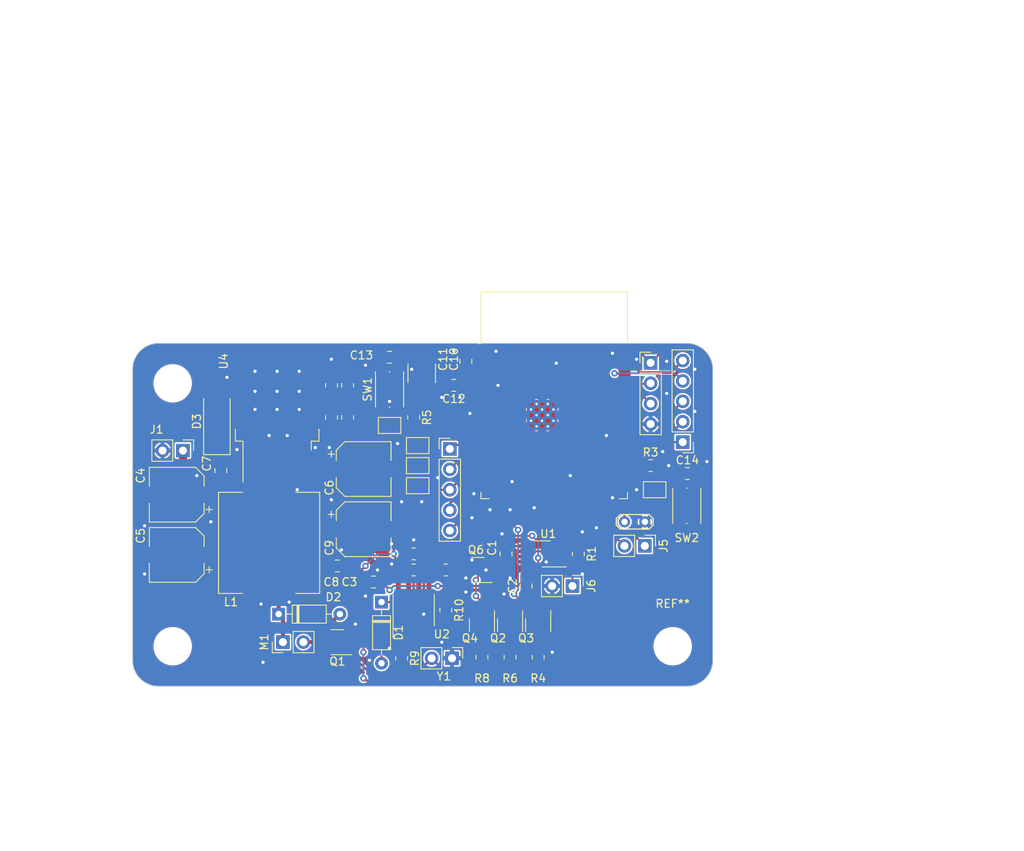
<source format=kicad_pcb>
(kicad_pcb (version 20221018) (generator pcbnew)
  (layers (0 "F.Cu" signal) (31 "B.Cu" signal) (34 "B.Paste" user) (35 "F.Paste" user) (36 "B.SilkS" user "B.Silkscreen") (37 "F.SilkS" user "F.Silkscreen") (38 "B.Mask" user) (39 "F.Mask" user) (44 "Edge.Cuts" user))
  (net 0 "")
  (net 1 "Net-(U1-CV)")
  (net 2 "GND")
  (net 3 "VDD")
  (net 4 "+5V")
  (net 5 "Net-(JP2-A)")
  (net 6 "/Wake_DIS")
  (net 7 "Net-(D1-K)")
  (net 8 "Net-(D1-A)")
  (net 9 "Net-(D2-A)")
  (net 10 "Net-(D3-K)")
  (net 11 "/ESP_P10")
  (net 12 "/ESP_P11")
  (net 13 "/ESP_P12")
  (net 14 "/ESP_P13")
  (net 15 "/ESP_P14")
  (net 16 "/ESP_P30")
  (net 17 "/ESP_P31")
  (net 18 "/ESP_P33")
  (net 19 "/ESP_P36")
  (net 20 "/ESP_P37")
  (net 21 "/Touch0")
  (net 22 "/Touch2")
  (net 23 "/Capacity_electrode")
  (net 24 "/PZ_OUT")
  (net 25 "/Wake_EN")
  (net 26 "/PZ_ATN100K")
  (net 27 "Net-(Q2-D)")
  (net 28 "/PZ_ATN10K")
  (net 29 "Net-(Q3-D)")
  (net 30 "/PZ_ATN1MEG")
  (net 31 "Net-(Q4-D)")
  (net 32 "/PZ_G10")
  (net 33 "Net-(Q6-D)")
  (net 34 "Net-(U1-Q)")
  (net 35 "Net-(R15-Pad2)")
  (net 36 "Net-(R4-Pad2)")
  (net 37 "Net-(U2A--)")
  (net 38 "Net-(U2B--)")
  (net 39 "Net-(U4-F{slash}B)")
  (net 40 "Net-(R16-Pad2)")
  (net 41 "/555_EN")
  (net 51 "/ESP_EN")
  (net 52 "/TX")
  (net 53 "/RX")
  (net 54 "/Boot")
  (net 55 "/SENSOR_VP")
  (net 56 "/SENSOR_VN")
  (net 57 "/16PU")
  (footprint "RF_Module:ESP32-WROOM-32D" (layer "F.Cu") (at 143.5 78.245)
    (fp_text reference "U3" hide)
    (fp_text value "ESP32-WROOM-32D")
  )
  (footprint "Connector_PinHeader_2.54mm:PinHeader_1x02_P2.54mm_Vertical" (layer "F.Cu") (at 97.275 82.125 -90)
    (fp_text reference "J1")
    (fp_text value "Conn_01x02" hide)
  )
  (footprint "Package_TO_SOT_SMD:SOT-23-3" (layer "F.Cu") (at 116.5 106 180)
    (fp_text reference "Q1")
    (fp_text value "2N7002K")
  )
  (footprint "Resistor_SMD:R_0805_2012Metric_Pad1.20x1.40mm_HandSolder" (layer "F.Cu") (at 115.775 74 90)
    (fp_text reference "R2" hide)
    (fp_text value "10k")
  )
  (footprint "Connector_PinHeader_2.54mm:PinHeader_1x02_P2.54mm_Vertical" (layer "F.Cu") (at 130.775 108 -90)
    (fp_text reference "Y1")
    (fp_text value "Piezo")
  )
  (footprint "Resistor_SMD:R_0805_2012Metric_Pad1.20x1.40mm_HandSolder" (layer "F.Cu") (at 130 97 180)
    (fp_text reference "R14" hide)
    (fp_text value "10k")
  )
  (footprint "Diode_THT:D_DO-35_SOD27_P7.62mm_Horizontal" (layer "F.Cu") (at 109.19 102.5)
    (fp_text reference "D2")
    (fp_text value "1N4148")
  )
  (footprint "Capacitor_SMD:C_0805_2012Metric_Pad1.18x1.45mm_HandSolder" (layer "F.Cu") (at 137.5 95 -90)
    (fp_text reference "C1")
    (fp_text value "100n")
  )
  (footprint "Connector_PinHeader_2.54mm:PinHeader_1x02_P2.54mm_Vertical" (layer "F.Cu") (at 154.775 94 -90)
    (fp_text reference "J5")
    (fp_text value "Conn_01x02")
  )
  (footprint "Capacitor_SMD:CP_Elec_6.3x5.7" (layer "F.Cu") (at 119.775 91.925)
    (fp_text reference "C9")
    (fp_text value "47u")
  )
  (footprint "Package_SO:VSSOP-8_3.0x3.0mm_P0.65mm" (layer "F.Cu") (at 142 95 180)
    (fp_text reference "U1")
    (fp_text value "LMC555xMM")
  )
  (footprint "Diode_THT:D_DO-35_SOD27_P7.62mm_Horizontal" (layer "F.Cu") (at 122 101 -90)
    (fp_text reference "D1")
    (fp_text value "1N4148")
  )
  (footprint "Package_TO_SOT_SMD:SOT-23-3" (layer "F.Cu") (at 141.5 103.8625 -90)
    (fp_text reference "Q3")
    (fp_text value "2N7002K")
  )
  (footprint "Jumper:SolderJumper-2_P1.3mm_Open_TrianglePad1.0x1.5mm" (layer "F.Cu") (at 126.5 86.5 180)
    (fp_text reference "JP5" hide)
    (fp_text value "SolderJumper_2_Open")
  )
  (footprint "Resistor_SMD:R_0805_2012Metric_Pad1.20x1.40mm_HandSolder" (layer "F.Cu") (at 126 78 -90)
    (fp_text reference "R5")
    (fp_text value "10k")
  )
  (footprint "Diode_SMD:D_SMA_Handsoldering" (layer "F.Cu") (at 101.5 78.125 90)
    (fp_text reference "D3")
    (fp_text value "SS54")
  )
  (footprint "Resistor_SMD:R_0805_2012Metric_Pad1.20x1.40mm_HandSolder" (layer "F.Cu") (at 126 97)
    (fp_text reference "R12" hide)
    (fp_text value "100k")
  )
  (footprint "Resistor_SMD:R_0805_2012Metric_Pad1.20x1.40mm_HandSolder" (layer "F.Cu") (at 134.5 107.8625 -90)
    (fp_text reference "R8")
    (fp_text value "1meg")
  )
  (footprint "Jumper:SolderJumper-2_P1.3mm_Open_TrianglePad1.0x1.5mm" (layer "F.Cu") (at 123 79)
    (fp_text reference "JP2" hide)
    (fp_text value "SolderJumper_2_Bridged")
  )
  (footprint "Capacitor_SMD:CP_Elec_6.3x5.7" (layer "F.Cu") (at 119.775 84.425)
    (fp_text reference "C6")
    (fp_text value "47u")
  )
  (footprint "Capacitor_SMD:C_0805_2012Metric_Pad1.18x1.45mm_HandSolder" (layer "F.Cu") (at 121 98.5)
    (fp_text reference "C3")
    (fp_text value "100n")
  )
  (footprint "Capacitor_SMD:C_0805_2012Metric_Pad1.18x1.45mm_HandSolder" (layer "F.Cu") (at 116.5 96.5)
    (fp_text reference "C8")
    (fp_text value "100n")
  )
  (footprint "MountingHole:MountingHole_4.3mm_M4" (layer "F.Cu") (at 96 73.75)
    (fp_text reference "REF**" hide)
    (fp_text value "MountingHole_4.3mm_M4" hide)
  )
  (footprint "Capacitor_SMD:C_0805_2012Metric_Pad1.18x1.45mm_HandSolder" (layer "F.Cu") (at 140 99 90)
    (fp_text reference "C2")
    (fp_text value "100n")
  )
  (footprint "Resistor_SMD:R_0805_2012Metric_Pad1.20x1.40mm_HandSolder" (layer "F.Cu") (at 124.5 108 -90)
    (fp_text reference "R9")
    (fp_text value "10k")
  )
  (footprint "Inductor_SMD:L_12x12mm_H8mm" (layer "F.Cu") (at 108 93.625 -90)
    (fp_text reference "L1")
    (fp_text value "470u")
  )
  (footprint "Resistor_SMD:R_0805_2012Metric_Pad1.20x1.40mm_HandSolder" (layer "F.Cu") (at 138 107.8625 -90)
    (fp_text reference "R6")
    (fp_text value "100k")
  )
  (footprint "TestPoint:TestPoint_2Pads_Pitch2.54mm_Drill0.8mm" (layer "F.Cu") (at 152.25 91)
    (fp_text reference "JP1" hide)
    (fp_text value "Jumper_2_Open")
  )
  (footprint "MountingHole:MountingHole_4.3mm_M4" (layer "F.Cu") (at 158.25 106.5)
    (fp_text reference "REF**")
    (fp_text value "MountingHole_4.3mm_M4" hide)
  )
  (footprint "Resistor_SMD:R_0805_2012Metric_Pad1.20x1.40mm_HandSolder" (layer "F.Cu") (at 126 95 180)
    (fp_text reference "R11" hide)
    (fp_text value "100k")
  )
  (footprint "Capacitor_SMD:C_0805_2012Metric_Pad1.18x1.45mm_HandSolder" (layer "F.Cu") (at 132.5 71 -90)
    (fp_text reference "C10")
    (fp_text value "100n")
  )
  (footprint "Connector_PinHeader_2.54mm:PinHeader_1x02_P2.54mm_Vertical" (layer "F.Cu") (at 109.725 105.985 90)
    (fp_text reference "M1")
    (fp_text value "Motor_DC")
  )
  (footprint "Resistor_SMD:R_0805_2012Metric_Pad1.20x1.40mm_HandSolder" (layer "F.Cu") (at 115.775 78 90)
    (fp_text reference "R15" hide)
    (fp_text value "2k")
  )
  (footprint "Connector_PinHeader_2.54mm:PinHeader_1x05_P2.54mm_Vertical" (layer "F.Cu") (at 159.5 81.075 180)
    (fp_text reference "J4" hide)
    (fp_text value "Conn_01x05")
  )
  (footprint "Package_TO_SOT_SMD:SOT-23-3" (layer "F.Cu") (at 134.5 103.8625 -90)
    (fp_text reference "Q4")
    (fp_text value "2N7002K")
  )
  (footprint "Package_TO_SOT_SMD:SOT-23-3" (layer "F.Cu") (at 138 103.8625 -90)
    (fp_text reference "Q2")
    (fp_text value "2N7002K")
  )
  (footprint "Resistor_SMD:R_0805_2012Metric_Pad1.20x1.40mm_HandSolder" (layer "F.Cu") (at 155.5 84)
    (fp_text reference "R3")
    (fp_text value "10k")
  )
  (footprint "MountingHole:MountingHole_4.3mm_M4" (layer "F.Cu") (at 96 106.5)
    (fp_text reference "REF**" hide)
    (fp_text value "MountingHole_4.3mm_M4" hide)
  )
  (footprint "Jumper:SolderJumper-2_P1.3mm_Open_TrianglePad1.0x1.5mm" (layer "F.Cu") (at 126.5 81.5)
    (fp_text reference "JP3" hide)
    (fp_text value "SolderJumper_2_Open")
  )
  (footprint "Capacitor_SMD:C_0805_2012Metric_Pad1.18x1.45mm_HandSolder" (layer "F.Cu") (at 131 74 180)
    (fp_text reference "C12")
    (fp_text value "1u")
  )
  (footprint "Resistor_SMD:R_0805_2012Metric_Pad1.20x1.40mm_HandSolder" (layer "F.Cu") (at 117.775 78 -90)
    (fp_text reference "R17" hide)
    (fp_text value "10k")
  )
  (footprint "Resistor_SMD:R_0805_2012Metric_Pad1.20x1.40mm_HandSolder" (layer "F.Cu") (at 141.5 107.8625 -90)
    (fp_text reference "R4")
    (fp_text value "10k")
  )
  (footprint "Resistor_SMD:R_0805_2012Metric_Pad1.20x1.40mm_HandSolder" (layer "F.Cu") (at 117.775 74 -90)
    (fp_text reference "R16" hide)
    (fp_text value "10k")
  )
  (footprint "Button_Switch_SMD:SW_Push_1P1T_NO_Vertical_Wuerth_434133025816" (layer "F.Cu") (at 160 89 90)
    (fp_text reference "SW2")
    (fp_text value "SW_Push")
  )
  (footprint "Resistor_SMD:R_0805_2012Metric_Pad1.20x1.40mm_HandSolder" (layer "F.Cu") (at 146.5 95 -90)
    (fp_text reference "R1")
    (fp_text value "100k")
  )
  (footprint "Capacitor_SMD:C_0805_2012Metric_Pad1.18x1.45mm_HandSolder" (layer "F.Cu") (at 102 84.625 90)
    (fp_text reference "C7")
    (fp_text value "100n")
  )
  (footprint "Connector_PinHeader_2.54mm:PinHeader_1x05_P2.54mm_Vertical" (layer "F.Cu") (at 130.5 81.925)
    (fp_text reference "J3" hide)
    (fp_text value "Conn_01x05")
  )
  (footprint "Resistor_SMD:R_0805_2012Metric_Pad1.20x1.40mm_HandSolder" (layer "F.Cu") (at 130 102 -90)
    (fp_text reference "R10")
    (fp_text value "10k")
  )
  (footprint "Capacitor_SMD:CP_Elec_6.3x5.7" (layer "F.Cu") (at 96.5 87.625 180)
    (fp_text reference "C4")
    (fp_text value "47u")
  )
  (footprint "Jumper:SolderJumper-2_P1.3mm_Open_TrianglePad1.0x1.5mm" (layer "F.Cu") (at 126.5 84)
    (fp_text reference "JP4" hide)
    (fp_text value "SolderJumper_2_Open")
  )
  (footprint "Connector_PinHeader_2.54mm:PinHeader_1x04_P2.54mm_Vertical" (layer "F.Cu") (at 155.5 71.2)
    (fp_text reference "J2" hide)
    (fp_text value "Conn_01x04")
  )
  (footprint "Package_SO:SOIC-8_3.9x4.9mm_P1.27mm" (layer "F.Cu") (at 126 102 90)
    (fp_text reference "U2")
    (fp_text value "LM358")
  )
  (footprint "Button_Switch_SMD:SW_Push_1P1T_NO_Vertical_Wuerth_434133025816" (layer "F.Cu") (at 123 74.5 -90)
    (fp_text reference "SW1")
    (fp_text value "SW_Push")
  )
  (footprint "Capacitor_SMD:C_0805_2012Metric_Pad1.18x1.45mm_HandSolder" (layer "F.Cu") (at 160.075 85)
    (fp_text reference "C14")
    (fp_text value "100n")
  )
  (footprint "Package_TO_SOT_SMD:SOT-23-3" (layer "F.Cu") (at 134 97 180)
    (fp_text reference "Q6")
    (fp_text value "2N7002K")
  )
  (footprint "Connector_PinHeader_2.54mm:PinHeader_1x02_P2.54mm_Vertical" (layer "F.Cu") (at 145.775 99 -90)
    (fp_text reference "J6")
    (fp_text value "Conn_01x02")
  )
  (footprint "Capacitor_SMD:C_0805_2012Metric_Pad1.18x1.45mm_HandSolder" (layer "F.Cu") (at 123 70.5 180)
    (fp_text reference "C13")
    (fp_text value "100n")
  )
  (footprint "Jumper:SolderJumper-2_P1.3mm_Open_TrianglePad1.0x1.5mm" (layer "F.Cu") (at 156 87)
    (fp_text reference "JP6" hide)
    (fp_text value "SolderJumper_2_Open")
  )
  (footprint "Capacitor_SMD:C_1812_4532Metric_Pad1.57x3.40mm_HandSolder" (layer "F.Cu") (at 127 72.5 -90)
    (fp_text reference "C11")
    (fp_text value "22u")
  )
  (footprint "Capacitor_SMD:CP_Elec_6.3x5.7" (layer "F.Cu") (at 96.5 95.125 180)
    (fp_text reference "C5")
    (fp_text value "47u")
  )
  (footprint "Package_TO_SOT_SMD:TO-263-5_TabPin3" (layer "F.Cu") (at 109 76.125 90)
    (fp_text reference "U4")
    (fp_text value "~")
  )
  (gr_line (start 94.25 68.75) (end 160 68.75) (stroke (width 0.1)) (layer "Edge.Cuts"))
  (gr_arc (start 160 68.75) (mid 162.298097 69.701903) (end 163.25 72) (stroke (width 0.1)) (layer "Edge.Cuts"))
  (gr_arc (start 94.25 111.5) (mid 91.951903 110.548097) (end 91 108.25) (stroke (width 0.1)) (layer "Edge.Cuts"))
  (gr_line (start 94.25 111.5) (end 160 111.5) (stroke (width 0.1)) (layer "Edge.Cuts"))
  (gr_arc (start 163.25 108.25) (mid 162.298097 110.548097) (end 160 111.5) (stroke (width 0.1)) (layer "Edge.Cuts"))
  (gr_line (start 163.25 108.25) (end 163.25 72) (stroke (width 0.1)) (layer "Edge.Cuts"))
  (gr_line (start 91 72) (end 91 108.25) (stroke (width 0.1)) (layer "Edge.Cuts"))
  (gr_arc (start 91 72) (mid 91.951903 69.701903) (end 94.25 68.75) (stroke (width 0.1)) (layer "Edge.Cuts"))
  (segment (start 137.5625 94.025) (end 137.5 93.9625) (width 0.25) (layer "F.Cu") (net 1))
  (segment (start 139.8 94.025) (end 137.5625 94.025) (width 0.25) (layer "F.Cu") (net 1))
  (segment (start 129.9625 75.0375) (end 129.5 75.5) (width 0.25) (layer "F.Cu") (net 2))
  (segment (start 129.9625 74) (end 129.9625 75.0375) (width 0.25) (layer "F.Cu") (net 2))
  (via (at 124 81.25) (size 0.8) (drill 0.4) (layers "F.Cu" "B.Cu") (net 2))
  (via (at 127 88.5) (size 0.8) (drill 0.4) (layers "F.Cu" "B.Cu") (net 2))
  (via (at 131.75 75.5) (size 0.8) (drill 0.4) (layers "F.Cu" "B.Cu") (net 2))
  (via (at 138 89.5) (size 0.8) (drill 0.4) (layers "F.Cu" "B.Cu") (net 2))
  (via (at 111.75 74.75) (size 0.8) (drill 0.4) (layers "F.Cu" "B.Cu") (net 2))
  (via (at 150.75 70) (size 0.8) (drill 0.4) (layers "F.Cu" "B.Cu") (net 2))
  (via (at 115.5 81.75) (size 0.8) (drill 0.4) (layers "F.Cu" "B.Cu") (net 2))
  (via (at 126 93.25) (size 0.8) (drill 0.4) (layers "F.Cu" "B.Cu") (net 2))
  (via (at 124.5 88.5) (size 0.8) (drill 0.4) (layers "F.Cu" "B.Cu") (net 2))
  (via (at 92.5 97.5) (size 0.8) (drill 0.4) (layers "F.Cu" "B.Cu") (net 2))
  (via (at 123 106.75) (size 0.8) (drill 0.4) (layers "F.Cu" "B.Cu") (net 2))
  (via (at 142.5 96) (size 0.8) (drill 0.4) (layers "F.Cu" "B.Cu") (net 2))
  (via (at 99 85.25) (size 0.8) (drill 0.4) (layers "F.Cu" "B.Cu") (net 2))
  (via (at 123.25 93.75) (size 0.8) (drill 0.4) (layers "F.Cu" "B.Cu") (net 2))
  (via (at 104 82) (size 0.8) (drill 0.4) (layers "F.Cu" "B.Cu") (net 2))
  (via (at 161 72) (size 0.8) (drill 0.4) (layers "F.Cu" "B.Cu") (net 2))
  (via (at 132.5 98) (size 0.8) (drill 0.4) (layers "F.Cu" "B.Cu") (net 2))
  (via (at 121.5 97) (size 0.8) (drill 0.4) (layers "F.Cu" "B.Cu") (net 2))
  (via (at 107.25 108.5) (size 0.8) (drill 0.4) (layers "F.Cu" "B.Cu") (net 2))
  (via (at 92.5 91.5) (size 0.8) (drill 0.4) (layers "F.Cu" "B.Cu") (net 2))
  (via (at 109 74.75) (size 0.8) (drill 0.4) (layers "F.Cu" "B.Cu") (net 2))
  (via (at 148.75 91.75) (size 0.8) (drill 0.4) (layers "F.Cu" "B.Cu") (net 2))
  (via (at 143.25 107.25) (size 0.8) (drill 0.4) (layers "F.Cu" "B.Cu") (net 2))
  (via (at 129.5 75.5) (size 0.8) (drill 0.4) (layers "F.Cu" "B.Cu") (net 2))
  (via (at 113.75 81.75) (size 0.8) (drill 0.4) (layers "F.Cu" "B.Cu") (net 2))
  (via (at 136.25 69.75) (size 0.8) (drill 0.4) (layers "F.Cu" "B.Cu") (net 2))
  (via (at 145.5 85.25) (size 0.8) (drill 0.4) (layers "F.Cu" "B.Cu") (net 2))
  (via (at 133.25 90.5) (size 0.8) (drill 0.4) (layers "F.Cu" "B.Cu") (net 2))
  (via (at 118.75 103.75) (size 0.8) (drill 0.4) (layers "F.Cu" "B.Cu") (net 2))
  (via (at 123.25 96.25) (size 0.8) (drill 0.4) (layers "F.Cu" "B.Cu") (net 2))
  (via (at 157 82.25) (size 0.8) (drill 0.4) (layers "F.Cu" "B.Cu") (net 2))
  (via (at 157.5 75) (size 0.8) (drill 0.4) (layers "F.Cu" "B.Cu") (net 2))
  (via (at 138 98) (size 0.8) (drill 0.4) (layers "F.Cu" "B.Cu") (net 2))
  (via (at 135 97) (size 0.8) (drill 0.4) (layers "F.Cu" "B.Cu") (net 2))
  (via (at 110.25 80.25) (size 0.8) (drill 0.4) (layers "F.Cu" "B.Cu") (net 2))
  (via (at 132.5 99.75) (size 0.8) (drill 0.4) (layers "F.Cu" "B.Cu") (net 2))
  (via (at 102.75 73) (size 0.8) (drill 0.4) (layers "F.Cu" "B.Cu") (net 2))
  (via (at 106.25 72.25) (size 0.8) (drill 0.4) (layers "F.Cu" "B.Cu") (net 2))
  (via (at 141 89.25) (size 0.8) (drill 0.4) (layers "F.Cu" "B.Cu") (net 2))
  (via (at 143.75 71.25) (size 0.8) (drill 0.4) (layers "F.Cu" "B.Cu") (net 2))
  (via (at 120 71.5) (size 0.8) (drill 0.4) (layers "F.Cu" "B.Cu") (net 2))
  (via (at 150 80.25) (size 0.8) (drill 0.4) (layers "F.Cu" "B.Cu") (net 2))
  (via (at 137 92.5) (size 0.8) (drill 0.4) (layers "F.Cu" "B.Cu") (net 2))
  (via (at 138.25 86) (size 0.8) (drill 0.4) (layers "F.Cu" "B.Cu") (net 2))
  (via (at 133.5 87.5) (size 0.8) (drill 0.4) (layers "F.Cu" "B.Cu") (net 2))
  (via (at 117 94.5) (size 0.8) (drill 0.4) (layers "F.Cu" "B.Cu") (net 2))
  (via (at 115.75 88.25) (size 0.8) (drill 0.4) (layers "F.Cu" "B.Cu") (net 2))
  (via (at 133.25 95.75) (size 0.8) (drill 0.4) (layers "F.Cu" "B.Cu") (net 2))
  (via (at 110.5 101) (size 0.8) (drill 0.4) (layers "F.Cu" "B.Cu") (net 2))
  (via (at 153.75 70.75) (size 0.8) (drill 0.4) (layers "F.Cu" "B.Cu") (net 2))
  (via (at 111.5 87) (size 0.8) (drill 0.4) (layers "F.Cu" "B.Cu") (net 2))
  (via (at 157.75 84) (size 0.8) (drill 0.4) (layers "F.Cu" "B.Cu") (net 2))
  (via (at 153.75 87) (size 0.8) (drill 0.4) (layers "F.Cu" "B.Cu") (net 2))
  (via (at 133 77.5) (size 0.8) (drill 0.4) (layers "F.Cu" "B.Cu") (net 2))
  (via (at 162.5 83.5) (size 0.8) (drill 0.4) (layers "F.Cu" "B.Cu") (net 2))
  (via (at 157.5 71) (size 0.8) (drill 0.4) (layers "F.Cu" "B.Cu") (net 2))
  (via (at 125.75 72) (size 0.8) (drill 0.4) (layers "F.Cu" "B.Cu") (net 2))
  (via (at 111.75 72.25) (size 0.8) (drill 0.4) (layers "F.Cu" "B.Cu") (net 2))
  (via (at 135.5 89.5) (size 0.8) (drill 0.4) (layers "F.Cu" "B.Cu") (net 2))
  (via (at 127.25 102.5) (size 0.8) (drill 0.4) (layers "F.Cu" "B.Cu") (net 2))
  (via (at 107 101.25) (size 0.8) (drill 0.4) (layers "F.Cu" "B.Cu") (net 2))
  (via (at 150.75 88) (size 0.8) (drill 0.4) (layers "F.Cu" "B.Cu") (net 2))
  (via (at 120 100.25) (size 0.8) (drill 0.4) (layers "F.Cu" "B.Cu") (net 2))
  (via (at 108 80.25) (size 0.8) (drill 0.4) (layers "F.Cu" "B.Cu") (net 2))
  (via (at 106.25 77) (size 0.8) (drill 0.4) (layers "F.Cu" "B.Cu") (net 2))
  (via (at 123 76) (size 0.8) (drill 0.4) (layers "F.Cu" "B.Cu") (net 2))
  (via (at 106.25 74.75) (size 0.8) (drill 0.4) (layers "F.Cu" "B.Cu") (net 2))
  (via (at 109 77) (size 0.8) (drill 0.4) (layers "F.Cu" "B.Cu") (net 2))
  (via (at 115.75 70.75) (size 0.8) (drill 0.4) (layers "F.Cu" "B.Cu") (net 2))
  (via (at 137.25 100) (size 0.8) (drill 0.4) (layers "F.Cu" "B.Cu") (net 2))
  (via (at 129.5 106) (size 0.8) (drill 0.4) (layers "F.Cu" "B.Cu") (net 2))
  (via (at 109 72.25) (size 0.8) (drill 0.4) (layers "F.Cu" "B.Cu") (net 2))
  (via (at 131 69.75) (size 0.8) (drill 0.4) (layers "F.Cu" "B.Cu") (net 2))
  (via (at 120.5 108.25) (size 0.8) (drill 0.4) (layers "F.Cu" "B.Cu") (net 2))
  (via (at 161 77.25) (size 0.8) (drill 0.4) (layers "F.Cu" "B.Cu") (net 2))
  (via (at 129 85.5) (size 0.8) (drill 0.4) (layers "F.Cu" "B.Cu") (net 2))
  (via (at 147 97.5) (size 0.8) (drill 0.4) (layers "F.Cu" "B.Cu") (net 2))
  (via (at 100.75 91) (size 0.8) (drill 0.4) (layers "F.Cu" "B.Cu") (net 2))
  (via (at 111.75 77) (size 0.8) (drill 0.4) (layers "F.Cu" "B.Cu") (net 2))
  (via (at 136.5 74) (size 0.8) (drill 0.4) (layers "F.Cu" "B.Cu") (net 2))
  (via (at 147 92.25) (size 0.8) (drill 0.4) (layers "F.Cu" "B.Cu") (net 2))
  (segment (start 161 83) (end 162 82) (width 0.25) (layer "F.Cu") (net 3))
  (segment (start 123.43481 97.56519) (end 117.79462 91.925) (width 0.25) (layer "F.Cu") (net 3))
  (segment (start 124.095 99.525) (end 124.095 98.22538) (width 0.25) (layer "F.Cu") (net 3))
  (segment (start 109.725 105.985) (end 109.725 103.035) (width 0.5) (layer "F.Cu") (net 3))
  (segment (start 122.0375 98.5) (end 122.5 98.5) (width 0.25) (layer "F.Cu") (net 3))
  (segment (start 124.095 98.22538) (end 123.43481 97.56519) (width 0.25) (layer "F.Cu") (net 3))
  (segment (start 113.3875 98.575) (end 115.4625 96.5) (width 1) (layer "F.Cu") (net 3))
  (segment (start 108 98.575) (end 113.3875 98.575) (width 1) (layer "F.Cu") (net 3))
  (segment (start 140 97.9625) (end 138.9625 99) (width 0.25) (layer "F.Cu") (net 3))
  (segment (start 162 70.5) (end 160.75 69.25) (width 0.25) (layer "F.Cu") (net 3))
  (segment (start 132.5 72.0375) (end 129.6 72.0375) (width 1) (layer "F.Cu") (net 3))
  (segment (start 120 81.5) (end 117.075 84.425) (width 1) (layer "F.Cu") (net 3))
  (segment (start 117.075 91.925) (end 117.075 84.425) (width 1) (layer "F.Cu") (net 3))
  (segment (start 138.9625 99) (end 129 99) (width 0.25) (layer "F.Cu") (net 3))
  (segment (start 117.775 73) (end 118.75 73) (width 1) (layer "F.Cu") (net 3))
  (segment (start 123 99.4625) (end 122.0375 98.5) (width 0.25) (layer "F.Cu") (net 3))
  (segment (start 123 99.5) (end 123 99.4625) (width 0.25) (layer "F.Cu") (net 3))
  (segment (start 138.28 69.22) (end 136.235 71.265) (width 0.25) (layer "F.Cu") (net 3))
  (segment (start 109.19 102.5) (end 109.19 99.765) (width 0.5) (layer "F.Cu") (net 3))
  (segment (start 134.75 71.265) (end 133.2725 71.265) (width 0.25) (layer "F.Cu") (net 3))
  (segment (start 117.075 91.925) (end 115.4625 93.5375) (width 1) (layer "F.Cu") (net 3))
  (segment (start 120 74.25) (end 120 81.5) (width 1) (layer "F.Cu") (net 3))
  (segment (start 156.5 84) (end 157.5 83) (width 0.25) (layer "F.Cu") (net 3))
  (segment (start 127 74.6375) (end 120.3875 74.6375) (width 1) (layer "F.Cu") (net 3))
  (segment (start 122.5 98.5) (end 123.43481 97.56519) (width 0.25) (layer "F.Cu") (net 3))
  (segment (start 126 75.6375) (end 126 77) (width 1) (layer "F.Cu") (net 3))
  (segment (start 127 74.6375) (end 126 75.6375) (width 1) (layer "F.Cu") (net 3))
  (segment (start 109.725 103.035) (end 109.19 102.5) (width 0.5) (layer "F.Cu") (net 3))
  (segment (start 140 96.175) (end 139.8 95.975) (width 0.25) (layer "F.Cu") (net 3))
  (segment (start 155.5 71.2) (end 153.52 69.22) (width 0.25) (layer "F.Cu") (net 3))
  (segment (start 133.2725 71.265) (end 132.5 72.0375) (width 0.25) (layer "F.Cu") (net 3))
  (segment (start 118.75 73) (end 120 74.25) (width 1) (layer "F.Cu") (net 3))
  (segment (start 120.3875 74.6375) (end 120 74.25) (width 1) (layer "F.Cu") (net 3))
  (segment (start 160.75 69.25) (end 157.45 69.25) (width 0.25) (layer "F.Cu") (net 3))
  (segment (start 129.6 72.0375) (end 127 74.6375) (width 1) (layer "F.Cu") (net 3))
  (segment (start 162 82) (end 162 70.5) (width 0.25) (layer "F.Cu") (net 3))
  (segment (start 157.45 69.25) (end 155.5 71.2) (width 0.25) (layer "F.Cu") (net 3))
  (segment (start 109.19 99.765) (end 108 98.575) (width 0.5) (layer "F.Cu") (net 3))
  (segment (start 115.4625 93.5375) (end 115.4625 96.5) (width 1) (layer "F.Cu") (net 3))
  (segment (start 157.5 83) (end 161 83) (width 0.25) (layer "F.Cu") (net 3))
  (segment (start 140 97.9625) (end 140 96.175) (width 0.25) (layer "F.Cu") (net 3))
  (segment (start 136.235 71.265) (end 134.75 71.265) (width 0.25) (layer "F.Cu") (net 3))
  (segment (start 153.52 69.22) (end 138.28 69.22) (width 0.25) (layer "F.Cu") (net 3))
  (segment (start 117.79462 91.925) (end 117.075 91.925) (width 0.25) (layer "F.Cu") (net 3))
  (via (at 123 99.5) (size 0.8) (drill 0.4) (layers "F.Cu" "B.Cu") (net 3))
  (via (at 129 99) (size 0.8) (drill 0.4) (layers "F.Cu" "B.Cu") (net 3))
  (segment (start 123 99.5) (end 123.5 99) (width 0.25) (layer "B.Cu") (net 3))
  (segment (start 123.5 99) (end 129 99) (width 0.25) (layer "B.Cu") (net 3))
  (segment (start 102 85.6625) (end 101.1625 85.6625) (width 1) (layer "F.Cu") (net 4))
  (segment (start 101.1625 85.6625) (end 99.2 87.625) (width 1) (layer "F.Cu") (net 4))
  (segment (start 103.7125 85.6625) (end 102 85.6625) (width 1) (layer "F.Cu") (net 4))
  (segment (start 97.275 85.7) (end 99.2 87.625) (width 1) (layer "F.Cu") (net 4))
  (segment (start 105.6 83.775) (end 103.7125 85.6625) (width 1) (layer "F.Cu") (net 4))
  (segment (start 99.2 95.125) (end 99.2 87.625) (width 1) (layer "F.Cu") (net 4))
  (segment (start 97.275 82.125) (end 97.275 85.7) (width 1) (layer "F.Cu") (net 4))
  (segment (start 121.9625 72.3875) (end 121.925 72.425) (width 0.25) (layer "F.Cu") (net 5))
  (segment (start 121.925 78.65) (end 122.275 79) (width 0.25) (layer "F.Cu") (net 5))
  (segment (start 121.925 76.55) (end 121.925 78.65) (width 0.25) (layer "F.Cu") (net 5))
  (segment (start 121.9625 70.5) (end 121.9625 72.3875) (width 0.25) (layer "F.Cu") (net 5))
  (segment (start 155.5 83.386826) (end 153.538174 81.425) (width 0.25) (layer "F.Cu") (net 6))
  (segment (start 158.925 85.1125) (end 159.0375 85) (width 0.25) (layer "F.Cu") (net 6))
  (segment (start 159.0375 85) (end 159.0125 85.025) (width 0.25) (layer "F.Cu") (net 6))
  (segment (start 155.525 85.025) (end 155.5 85) (width 0.25) (layer "F.Cu") (net 6))
  (segment (start 158.925 86.925) (end 158.925 85.1125) (width 0.25) (layer "F.Cu") (net 6))
  (segment (start 155.5 85) (end 155.5 83.386826) (width 0.25) (layer "F.Cu") (net 6))
  (segment (start 153.538174 81.425) (end 152.25 81.425) (width 0.25) (layer "F.Cu") (net 6))
  (segment (start 159.0125 85.025) (end 155.525 85.025) (width 0.25) (layer "F.Cu") (net 6))
  (segment (start 129.38 101) (end 130 101) (width 0.25) (layer "F.Cu") (net 7))
  (segment (start 127.905 100.5) (end 127.905 99.525) (width 0.25) (layer "F.Cu") (net 7))
  (segment (start 127.405 101) (end 127.905 100.5) (width 0.25) (layer "F.Cu") (net 7))
  (segment (start 127.905 99.525) (end 129.38 101) (width 0.25) (layer "F.Cu") (net 7))
  (segment (start 122 101) (end 127.405 101) (width 0.25) (layer "F.Cu") (net 7))
  (segment (start 122 106.57) (end 124.095 104.475) (width 0.25) (layer "F.Cu") (net 8))
  (segment (start 122 108.62) (end 122 106.57) (width 0.25) (layer "F.Cu") (net 8))
  (segment (start 116.81 102.5) (end 115.3625 103.9475) (width 0.5) (layer "F.Cu") (net 9))
  (segment (start 115.3625 103.9475) (end 115.3625 106) (width 0.5) (layer "F.Cu") (net 9))
  (segment (start 112.265 105.985) (end 115.3475 105.985) (width 0.5) (layer "F.Cu") (net 9))
  (segment (start 115.3475 105.985) (end 115.3625 106) (width 0.5) (layer "F.Cu") (net 9))
  (segment (start 106.45 80.625) (end 107.3 81.475) (width 1) (layer "F.Cu") (net 10))
  (segment (start 107.3 83.775) (end 107.3 87.975) (width 1) (layer "F.Cu") (net 10))
  (segment (start 107.3 81.475) (end 107.3 83.775) (width 1) (layer "F.Cu") (net 10))
  (segment (start 107.3 87.975) (end 108 88.675) (width 1) (layer "F.Cu") (net 10))
  (segment (start 101.5 80.625) (end 106.45 80.625) (width 1) (layer "F.Cu") (net 10))
  (segment (start 131 81.425) (end 134.75 81.425) (width 0.25) (layer "F.Cu") (net 11))
  (segment (start 130.5 81.925) (end 131 81.425) (width 0.25) (layer "F.Cu") (net 11))
  (segment (start 130.5 84.465) (end 132.27 82.695) (width 0.25) (layer "F.Cu") (net 12))
  (segment (start 132.27 82.695) (end 134.75 82.695) (width 0.25) (layer "F.Cu") (net 12))
  (segment (start 130.5 87.005) (end 133.54 83.965) (width 0.25) (layer "F.Cu") (net 13))
  (segment (start 133.54 83.965) (end 134.75 83.965) (width 0.25) (layer "F.Cu") (net 13))
  (segment (start 127.73 87.005) (end 127.225 86.5) (width 0.25) (layer "F.Cu") (net 13))
  (segment (start 130.5 87.005) (end 127.73 87.005) (width 0.25) (layer "F.Cu") (net 13))
  (segment (start 130.5 88.735) (end 130.5 89.545) (width 0.25) (layer "F.Cu") (net 14))
  (segment (start 134 85.235) (end 130.5 88.735) (width 0.25) (layer "F.Cu") (net 14))
  (segment (start 134.75 85.235) (end 134 85.235) (width 0.25) (layer "F.Cu") (net 14))
  (segment (start 134.75 87.835) (end 130.5 92.085) (width 0.25) (layer "F.Cu") (net 15))
  (segment (start 134.75 86.505) (end 134.75 87.835) (width 0.25) (layer "F.Cu") (net 15))
  (segment (start 153 80.155) (end 153.92 81.075) (width 0.25) (layer "F.Cu") (net 16))
  (segment (start 153.92 81.075) (end 159.5 81.075) (width 0.25) (layer "F.Cu") (net 16))
  (segment (start 152.25 80.155) (end 153 80.155) (width 0.25) (layer "F.Cu") (net 16))
  (segment (start 152.25 78.885) (end 153.394973 78.885) (width 0.25) (layer "F.Cu") (net 17))
  (segment (start 154.759973 80.25) (end 157.785 80.25) (width 0.25) (layer "F.Cu") (net 17))
  (segment (start 153.394973 78.885) (end 154.759973 80.25) (width 0.25) (layer "F.Cu") (net 17))
  (segment (start 157.785 80.25) (end 159.5 78.535) (width 0.25) (layer "F.Cu") (net 17))
  (segment (start 154.779973 77.5) (end 157.995 77.5) (width 0.25) (layer "F.Cu") (net 18))
  (segment (start 157.995 77.5) (end 159.5 75.995) (width 0.25) (layer "F.Cu") (net 18))
  (segment (start 153.624973 76.345) (end 154.779973 77.5) (width 0.25) (layer "F.Cu") (net 18))
  (segment (start 152.25 76.345) (end 153.624973 76.345) (width 0.25) (layer "F.Cu") (net 18))
  (segment (start 152.25 72.535) (end 151.035 72.535) (width 0.25) (layer "F.Cu") (net 19))
  (segment (start 151.035 72.535) (end 151 72.5) (width 0.25) (layer "F.Cu") (net 19))
  (via (at 151 72.5) (size 0.8) (drill 0.4) (layers "F.Cu" "B.Cu") (net 19))
  (segment (start 158.545 72.5) (end 159.5 73.455) (width 0.25) (layer "B.Cu") (net 19))
  (segment (start 151 72.5) (end 158.545 72.5) (width 0.25) (layer "B.Cu") (net 19))
  (segment (start 154.11 72.375) (end 158.04 72.375) (width 0.25) (layer "F.Cu") (net 20))
  (segment (start 153 71.265) (end 154.11 72.375) (width 0.25) (layer "F.Cu") (net 20))
  (segment (start 158.04 72.375) (end 159.5 70.915) (width 0.25) (layer "F.Cu") (net 20))
  (segment (start 152.25 71.265) (end 153 71.265) (width 0.25) (layer "F.Cu") (net 20))
  (segment (start 155.275 87) (end 153.5 88.775) (width 0.25) (layer "F.Cu") (net 21))
  (segment (start 153.51 85.235) (end 152.25 85.235) (width 0.25) (layer "F.Cu") (net 21))
  (segment (start 153.5 88.775) (end 153.5 92.725) (width 0.25) (layer "F.Cu") (net 21))
  (segment (start 153.5 92.725) (end 154.775 94) (width 0.25) (layer "F.Cu") (net 21))
  (segment (start 155.275 87) (end 153.51 85.235) (width 0.25) (layer "F.Cu") (net 21))
  (segment (start 149.22 87.755) (end 149.22 90.985) (width 0.25) (layer "F.Cu") (net 22))
  (segment (start 149.22 90.985) (end 152.235 94) (width 0.25) (layer "F.Cu") (net 22))
  (segment (start 145.775 99) (end 145.775 96.725) (width 0.25) (layer "F.Cu") (net 23))
  (segment (start 146.5 96) (end 146.5 95.613604) (width 0.25) (layer "F.Cu") (net 23))
  (segment (start 139.8 94.675) (end 142.79038 94.675) (width 0.25) (layer "F.Cu") (net 23))
  (segment (start 146.5 95.613604) (end 146.211396 95.325) (width 0.25) (layer "F.Cu") (net 23))
  (segment (start 145.775 96.725) (end 146.5 96) (width 0.25) (layer "F.Cu") (net 23))
  (segment (start 143.44038 95.325) (end 144.2 95.325) (width 0.25) (layer "F.Cu") (net 23))
  (segment (start 146.211396 95.325) (end 144.2 95.325) (width 0.25) (layer "F.Cu") (net 23))
  (segment (start 142.79038 94.675) (end 143.44038 95.325) (width 0.25) (layer "F.Cu") (net 23))
  (segment (start 125.365 99.525) (end 125.365 97.365) (width 0.25) (layer "F.Cu") (net 24))
  (segment (start 123.5 95.25) (end 123.5 94.525305) (width 0.25) (layer "F.Cu") (net 24))
  (segment (start 125 97) (end 125 96.75) (width 0.25) (layer "F.Cu") (net 24))
  (segment (start 118.75 100.5) (end 118.75 97.75) (width 0.25) (layer "F.Cu") (net 24))
  (segment (start 125.365 97.365) (end 125 97) (width 0.25) (layer "F.Cu") (net 24))
  (segment (start 118.75 97.75) (end 120 96.5) (width 0.25) (layer "F.Cu") (net 24))
  (segment (start 125 96.75) (end 123.5 95.25) (width 0.25) (layer "F.Cu") (net 24))
  (segment (start 156.725 95.88707) (end 141.86207 110.75) (width 0.25) (layer "F.Cu") (net 24))
  (segment (start 125.775 84) (end 125.775 81.5) (width 0.25) (layer "F.Cu") (net 24))
  (segment (start 119.75 107.25) (end 119.75 101.5) (width 0.25) (layer "F.Cu") (net 24))
  (segment (start 120 110.75) (end 119.75 110.5) (width 0.25) (layer "F.Cu") (net 24))
  (segment (start 125.775 92.250305) (end 125.775 86.5) (width 0.25) (layer "F.Cu") (net 24))
  (segment (start 156.725 87) (end 156.725 95.88707) (width 0.25) (layer "F.Cu") (net 24))
  (segment (start 125.775 86.5) (end 125.775 84) (width 0.25) (layer "F.Cu") (net 24))
  (segment (start 123.5 94.525305) (end 125.775 92.250305) (width 0.25) (layer "F.Cu") (net 24))
  (segment (start 119.75 101.5) (end 118.75 100.5) (width 0.25) (layer "F.Cu") (net 24))
  (segment (start 141.86207 110.75) (end 120 110.75) (width 0.25) (layer "F.Cu") (net 24))
  (via (at 119.75 110.5) (size 0.8) (drill 0.4) (layers "F.Cu" "B.Cu") (net 24))
  (via (at 120 96.5) (size 0.8) (drill 0.4) (layers "F.Cu" "B.Cu") (net 24))
  (via (at 119.75 107.25) (size 0.8) (drill 0.4) (layers "F.Cu" "B.Cu") (net 24))
  (via (at 123.5 95) (size 0.8) (drill 0.4) (layers "F.Cu" "B.Cu") (net 24))
  (segment (start 121.5 95) (end 123.5 95) (width 0.25) (layer "B.Cu") (net 24))
  (segment (start 119.75 110.5) (end 119.75 107.25) (width 0.25) (layer "B.Cu") (net 24))
  (segment (start 120 96.5) (end 121.5 95) (width 0.25) (layer "B.Cu") (net 24))
  (segment (start 141.975674 110) (end 120.6875 110) (width 0.25) (layer "F.Cu") (net 25))
  (segment (start 147.95 87.755) (end 147.95 104.025674) (width 0.25) (layer "F.Cu") (net 25))
  (segment (start 147.95 104.025674) (end 141.975674 110) (width 0.25) (layer "F.Cu") (net 25))
  (segment (start 120.6875 110) (end 117.6375 106.95) (width 0.25) (layer "F.Cu") (net 25))
  (segment (start 137.0384 90.0384) (end 137.0384 77.8834) (width 0.2032) (layer "F.Cu") (net 26))
  (segment (start 135.5 76.345) (end 134.75 76.345) (width 0.2032) (layer "F.Cu") (net 26))
  (segment (start 138.95 100.45) (end 138.95 102.725) (width 0.2032) (layer "F.Cu") (net 26))
  (segment (start 139 92) (end 137.0384 90.0384) (width 0.2032) (layer "F.Cu") (net 26))
  (segment (start 138.5 100) (end 138.95 100.45) (width 0.2032) (layer "F.Cu") (net 26))
  (segment (start 137.0384 77.8834) (end 135.5 76.345) (width 0.2032) (layer "F.Cu") (net 26))
  (via (at 138.5 100) (size 0.8) (drill 0.4) (layers "F.Cu" "B.Cu") (net 26))
  (via (at 139 92) (size 0.8) (drill 0.4) (layers "F.Cu" "B.Cu") (net 26))
  (segment (start 139 92) (end 139 99.5) (width 0.2032) (layer "B.Cu") (net 26))
  (segment (start 139 99.5) (end 138.5 100) (width 0.2032) (layer "B.Cu") (net 26))
  (segment (start 138 106.8625) (end 138 105) (width 0.25) (layer "F.Cu") (net 27))
  (segment (start 135.5 77.615) (end 134.75 77.615) (width 0.2032) (layer "F.Cu") (net 28))
  (segment (start 136.6352 78.7502) (end 135.5 77.615) (width 0.2032) (layer "F.Cu") (net 28))
  (segment (start 140.75 92.75) (end 138.75 92.75) (width 0.2032) (layer "F.Cu") (net 28))
  (segment (start 141.5 101.775) (end 142.45 102.725) (width 0.2032) (layer "F.Cu") (net 28))
  (segment (start 136.6352 90.6352) (end 136.6352 78.7502) (width 0.2032) (layer "F.Cu") (net 28))
  (segment (start 138.75 92.75) (end 136.6352 90.6352) (width 0.2032) (layer "F.Cu") (net 28))
  (segment (start 141.5 95.5) (end 141.5 101.775) (width 0.2032) (layer "F.Cu") (net 28))
  (via (at 140.75 92.75) (size 0.8) (drill 0.4) (layers "F.Cu" "B.Cu") (net 28))
  (via (at 141.5 95.5) (size 0.8) (drill 0.4) (layers "F.Cu" "B.Cu") (net 28))
  (segment (start 141.5 93.5) (end 141.5 95.5) (width 0.2032) (layer "B.Cu") (net 28))
  (segment (start 140.75 92.75) (end 141.5 93.5) (width 0.2032) (layer "B.Cu") (net 28))
  (segment (start 141.5 106.8625) (end 141.5 105) (width 0.25) (layer "F.Cu") (net 29))
  (segment (start 135.655 80.155) (end 134.75 80.155) (width 0.2032) (layer "F.Cu") (net 30))
  (segment (start 135.8016 80.3016) (end 135.655 80.155) (width 0.2032) (layer "F.Cu") (net 30))
  (segment (start 135.8016 88.1984) (end 135.8016 80.3016) (width 0.2032) (layer "F.Cu") (net 30))
  (segment (start 133.75 100.25) (end 135.45 101.95) (width 0.2032) (layer "F.Cu") (net 30))
  (segment (start 135.45 101.95) (end 135.45 102.725) (width 0.2032) (layer "F.Cu") (net 30))
  (segment (start 133.75 98.25) (end 134 98) (width 0.2032) (layer "F.Cu") (net 30))
  (segment (start 134 98) (end 134 90) (width 0.2032) (layer "F.Cu") (net 30))
  (segment (start 134 90) (end 135.8016 88.1984) (width 0.2032) (layer "F.Cu") (net 30))
  (via (at 133.75 98.25) (size 0.8) (drill 0.4) (layers "F.Cu" "B.Cu") (net 30))
  (via (at 133.75 100.25) (size 0.8) (drill 0.4) (layers "F.Cu" "B.Cu") (net 30))
  (segment (start 133.75 100.25) (end 133.75 98.25) (width 0.2032) (layer "B.Cu") (net 30))
  (segment (start 134.5 106.8625) (end 134.5 105) (width 0.25) (layer "F.Cu") (net 31))
  (segment (start 136.232 96.8555) (end 135.1375 97.95) (width 0.2032) (layer "F.Cu") (net 32))
  (segment (start 136.232 79.482) (end 136.232 96.8555) (width 0.2032) (layer "F.Cu") (net 32))
  (segment (start 134.75 78.885) (end 135.635 78.885) (width 0.2032) (layer "F.Cu") (net 32))
  (segment (start 135.635 78.885) (end 136.232 79.482) (width 0.2032) (layer "F.Cu") (net 32))
  (segment (start 131 97) (end 132.8625 97) (width 0.25) (layer "F.Cu") (net 33))
  (segment (start 146.5 94) (end 145.825 94.675) (width 0.25) (layer "F.Cu") (net 34))
  (segment (start 145.825 94.675) (end 144.2 94.675) (width 0.25) (layer "F.Cu") (net 34))
  (segment (start 115.775 77) (end 115.775 75) (width 0.25) (layer "F.Cu") (net 35))
  (segment (start 138 108.8625) (end 134.5 108.8625) (width 0.25) (layer "F.Cu") (net 36))
  (segment (start 124.5 109) (end 127.235 109) (width 0.25) (layer "F.Cu") (net 36))
  (segment (start 141.5 108.8625) (end 138 108.8625) (width 0.25) (layer "F.Cu") (net 36))
  (segment (start 129.41 109.175) (end 134.1875 109.175) (width 0.25) (layer "F.Cu") (net 36))
  (segment (start 134.1875 109.175) (end 134.5 108.8625) (width 0.25) (layer "F.Cu") (net 36))
  (segment (start 127.235 109) (end 128.235 108) (width 0.25) (layer "F.Cu") (net 36))
  (segment (start 128.235 108) (end 129.41 109.175) (width 0.25) (layer "F.Cu") (net 36))
  (segment (start 130 104.026752) (end 127.891752 106.135) (width 0.25) (layer "F.Cu") (net 37))
  (segment (start 125.365 106.135) (end 124.5 107) (width 0.25) (layer "F.Cu") (net 37))
  (segment (start 127.891752 106.135) (end 125.365 106.135) (width 0.25) (layer "F.Cu") (net 37))
  (segment (start 125.365 104.475) (end 125.365 106.135) (width 0.25) (layer "F.Cu") (net 37))
  (segment (start 130 103) (end 130 104.026752) (width 0.25) (layer "F.Cu") (net 37))
  (segment (start 129 97) (end 127 97) (width 0.25) (layer "F.Cu") (net 38))
  (segment (start 126.635 99.525) (end 126.635 97.365) (width 0.25) (layer "F.Cu") (net 38))
  (segment (start 127 95) (end 127 97) (width 0.25) (layer "F.Cu") (net 38))
  (segment (start 126.635 97.365) (end 127 97) (width 0.25) (layer "F.Cu") (net 38))
  (segment (start 117.775 79) (end 115.775 79) (width 0.25) (layer "F.Cu") (net 39))
  (segment (start 110.7 83.775) (end 110.7 81.475) (width 0.25) (layer "F.Cu") (net 39))
  (segment (start 110.7 81.475) (end 111.675 80.5) (width 0.25) (layer "F.Cu") (net 39))
  (segment (start 111.675 80.5) (end 114.275 80.5) (width 0.25) (layer "F.Cu") (net 39))
  (segment (start 114.275 80.5) (end 115.775 79) (width 0.25) (layer "F.Cu") (net 39))
  (segment (start 117.775 75) (end 117.775 77) (width 0.25) (layer "F.Cu") (net 40))
  (segment (start 139.06 87.755) (end 139.06 88.56) (width 0.25) (layer "F.Cu") (net 41))
  (segment (start 142 92.588174) (end 143.436826 94.025) (width 0.25) (layer "F.Cu") (net 41))
  (segment (start 142 91.5) (end 142 92.588174) (width 0.25) (layer "F.Cu") (net 41))
  (segment (start 143.436826 94.025) (end 144.2 94.025) (width 0.25) (layer "F.Cu") (net 41))
  (segment (start 139.06 88.56) (end 142 91.5) (width 0.25) (layer "F.Cu") (net 41))
  (segment (start 123.725 79) (end 126 79) (width 0.25) (layer "F.Cu") (net 51))
  (segment (start 126 79) (end 127.0375 79) (width 0.25) (layer "F.Cu") (net 51))
  (segment (start 134 72.535) (end 132.535 74) (width 0.25) (layer "F.Cu") (net 51))
  (segment (start 134.75 72.535) (end 134 72.535) (width 0.25) (layer "F.Cu") (net 51))
  (segment (start 132.535 74) (end 132.0375 74) (width 0.25) (layer "F.Cu") (net 51))
  (segment (start 127.0375 79) (end 132.0375 74) (width 0.25) (layer "F.Cu") (net 51))
  (segment (start 152.25 73.805) (end 155.435 73.805) (width 0.25) (layer "F.Cu") (net 52))
  (segment (start 155.435 73.805) (end 155.5 73.74) (width 0.25) (layer "F.Cu") (net 52))
  (segment (start 154.295 75.075) (end 155.5 76.28) (width 0.25) (layer "F.Cu") (net 53))
  (segment (start 152.25 75.075) (end 154.295 75.075) (width 0.25) (layer "F.Cu") (net 53))
  (segment (start 152.25 86.505) (end 152.25 91) (width 0.25) (layer "F.Cu") (net 54))
  (segment (start 134.195 73.805) (end 133.5 74.5) (width 0.25) (layer "F.Cu") (net 55))
  (segment (start 127.225 81.213604) (end 127.225 81.5) (width 0.25) (layer "F.Cu") (net 55))
  (segment (start 134.75 73.805) (end 134.195 73.805) (width 0.25) (layer "F.Cu") (net 55))
  (segment (start 133.5 74.938604) (end 127.225 81.213604) (width 0.25) (layer "F.Cu") (net 55))
  (segment (start 133.5 74.5) (end 133.5 74.938604) (width 0.25) (layer "F.Cu") (net 55))
  (segment (start 134 75.075) (end 128.05 81.025) (width 0.25) (layer "F.Cu") (net 56))
  (segment (start 134.75 75.075) (end 134 75.075) (width 0.25) (layer "F.Cu") (net 56))
  (segment (start 128.05 81.025) (end 128.05 83.175) (width 0.25) (layer "F.Cu") (net 56))
  (segment (start 128.05 83.175) (end 127.225 84) (width 0.25) (layer "F.Cu") (net 56))
  (segment (start 152.285 84) (end 152.25 83.965) (width 0.25) (layer "F.Cu") (net 57))
  (segment (start 154.5 84) (end 152.285 84) (width 0.25) (layer "F.Cu") (net 57))
  (zone (net 2) (net_name "GND") (layers "F&B.Cu") (connect_pads (clearance 0)) (min_thickness 0.25) (fill yes (thermal_gap 0.2032) (thermal_bridge_width 0.5))
    (polygon (pts (xy 74.5 33.5) (xy 74.5 120) (xy 96 132) (xy 180 129.5) (xy 202 100.5) (xy 192 40) (xy 179 26) (xy 84.5 27)))
  )
)
</source>
